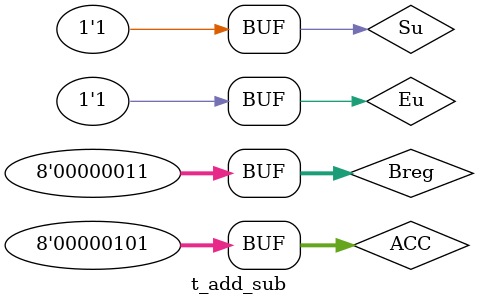
<source format=v>
/*
	this module doesn't have a carry after adding operation 
	we can't add this because W-Bus & output reg are only 8 bits
	so we decided to add a flag register that contain flag to overflow
*/
module add_sub(W, Su, ACC, Breg, Eu);
output reg [7:0]W;
input Su, Eu;
input [7:0] ACC, Breg;
always @(*)	
	if(Eu==1)					
		begin
			if(Su==1)		W <= ACC-Breg;
			else			W <= ACC+Breg;
		end
	else		W<=8'bz;
endmodule
/* 
module add_sub2(W, Su, ACC, Breg, Eu);
output reg [7:0]W;
input Su, Eu;
input [7:0] ACC, Breg;
reg res;
always @(Eu, Su)	
	if(Su==1)  res<= ACC-Breg;
	else	   res<= ACC+Breg;
	
	if(Eu==1)	W<=res;
	else		W<=8'bz;
endmodule
 */
module t_add_sub ;
reg Su,Eu ;
reg [7:0] ACC,Breg ;
wire [7:0] W ;	
add_sub T (W,Su,ACC,Breg,Eu);
initial 
begin 
		    Eu = 1'b0 ; Su = 1'b0 ; ACC = 8'd10 ; Breg = 8'd10 ;//Addition
#(100)	    Eu = 1'b0 ; Su = 1'b1 ; ACC = 8'd10 ; Breg = 8'd10 ;//Subtractaion
#(100)		Eu = 1'b1 ; Su = 1'b0 ; ACC = 8'd15 ; Breg = 8'd5 ;//Addition
#(100)		Eu = 1'b1 ; Su = 1'b1 ; ACC = 8'd5 ; Breg = 8'd3 ; //Subtractaion
end
endmodule 
</source>
